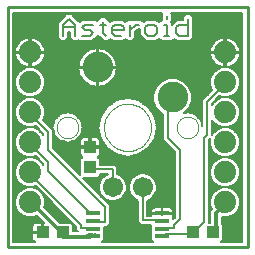
<source format=gtl>
G75*
G70*
%OFA0B0*%
%FSLAX24Y24*%
%IPPOS*%
%LPD*%
%AMOC8*
5,1,8,0,0,1.08239X$1,22.5*
%
%ADD10C,0.0100*%
%ADD11C,0.0070*%
%ADD12R,0.0472X0.0138*%
%ADD13C,0.0670*%
%ADD14C,0.1020*%
%ADD15C,0.0000*%
%ADD16R,0.0433X0.0394*%
%ADD17C,0.0740*%
%ADD18R,0.0394X0.0433*%
%ADD19C,0.0060*%
%ADD20C,0.0120*%
D10*
X000813Y000736D02*
X000813Y008736D01*
X008813Y008736D01*
X008813Y000736D01*
X000813Y000736D01*
D11*
X002671Y007771D02*
X002671Y008165D01*
X002867Y008362D01*
X003064Y008165D01*
X003064Y007771D01*
X003278Y007771D02*
X003574Y007771D01*
X003672Y007870D01*
X003574Y007968D01*
X003377Y007968D01*
X003278Y008067D01*
X003377Y008165D01*
X003672Y008165D01*
X003886Y008165D02*
X004083Y008165D01*
X003984Y008264D02*
X003984Y007870D01*
X004083Y007771D01*
X004291Y007870D02*
X004291Y008067D01*
X004390Y008165D01*
X004586Y008165D01*
X004685Y008067D01*
X004685Y007968D01*
X004291Y007968D01*
X004291Y007870D02*
X004390Y007771D01*
X004586Y007771D01*
X004899Y007771D02*
X004899Y008165D01*
X004899Y007968D02*
X005096Y008165D01*
X005194Y008165D01*
X005405Y008067D02*
X005405Y007870D01*
X005504Y007771D01*
X005701Y007771D01*
X005799Y007870D01*
X005799Y008067D01*
X005701Y008165D01*
X005504Y008165D01*
X005405Y008067D01*
X006013Y008165D02*
X006112Y008165D01*
X006112Y007771D01*
X006210Y007771D02*
X006013Y007771D01*
X006418Y007870D02*
X006418Y008067D01*
X006517Y008165D01*
X006812Y008165D01*
X006812Y008362D02*
X006812Y007771D01*
X006517Y007771D01*
X006418Y007870D01*
X006112Y008362D02*
X006112Y008460D01*
X003064Y008067D02*
X002671Y008067D01*
D12*
X003662Y001870D03*
X003662Y001614D03*
X003662Y001358D03*
X003662Y001103D03*
X005965Y001103D03*
X005965Y001358D03*
X005965Y001614D03*
X005965Y001870D03*
D13*
X005313Y002736D03*
X004313Y002736D03*
D14*
X006313Y005736D03*
X003813Y006736D03*
D15*
X002458Y004736D02*
X002460Y004773D01*
X002466Y004810D01*
X002475Y004846D01*
X002489Y004880D01*
X002506Y004913D01*
X002526Y004945D01*
X002549Y004974D01*
X002575Y005000D01*
X002604Y005023D01*
X002635Y005043D01*
X002669Y005060D01*
X002703Y005074D01*
X002739Y005083D01*
X002776Y005089D01*
X002813Y005091D01*
X002850Y005089D01*
X002887Y005083D01*
X002923Y005074D01*
X002957Y005060D01*
X002990Y005043D01*
X003022Y005023D01*
X003051Y005000D01*
X003077Y004974D01*
X003100Y004945D01*
X003120Y004914D01*
X003137Y004880D01*
X003151Y004846D01*
X003160Y004810D01*
X003166Y004773D01*
X003168Y004736D01*
X003166Y004699D01*
X003160Y004662D01*
X003151Y004626D01*
X003137Y004592D01*
X003120Y004559D01*
X003100Y004527D01*
X003077Y004498D01*
X003051Y004472D01*
X003022Y004449D01*
X002991Y004429D01*
X002957Y004412D01*
X002923Y004398D01*
X002887Y004389D01*
X002850Y004383D01*
X002813Y004381D01*
X002776Y004383D01*
X002739Y004389D01*
X002703Y004398D01*
X002669Y004412D01*
X002636Y004429D01*
X002604Y004449D01*
X002575Y004472D01*
X002549Y004498D01*
X002526Y004527D01*
X002506Y004558D01*
X002489Y004592D01*
X002475Y004626D01*
X002466Y004662D01*
X002460Y004699D01*
X002458Y004736D01*
X004028Y004736D02*
X004030Y004791D01*
X004036Y004846D01*
X004046Y004901D01*
X004059Y004955D01*
X004076Y005007D01*
X004097Y005059D01*
X004122Y005108D01*
X004150Y005156D01*
X004181Y005202D01*
X004216Y005245D01*
X004253Y005286D01*
X004293Y005324D01*
X004336Y005359D01*
X004381Y005392D01*
X004429Y005420D01*
X004478Y005446D01*
X004529Y005468D01*
X004581Y005486D01*
X004634Y005500D01*
X004689Y005511D01*
X004744Y005518D01*
X004799Y005521D01*
X004855Y005520D01*
X004910Y005515D01*
X004964Y005506D01*
X005018Y005494D01*
X005071Y005477D01*
X005123Y005457D01*
X005173Y005434D01*
X005221Y005406D01*
X005268Y005376D01*
X005312Y005342D01*
X005353Y005306D01*
X005392Y005266D01*
X005428Y005224D01*
X005461Y005179D01*
X005491Y005132D01*
X005517Y005084D01*
X005540Y005033D01*
X005559Y004981D01*
X005574Y004928D01*
X005586Y004874D01*
X005594Y004819D01*
X005598Y004764D01*
X005598Y004708D01*
X005594Y004653D01*
X005586Y004598D01*
X005574Y004544D01*
X005559Y004491D01*
X005540Y004439D01*
X005517Y004388D01*
X005491Y004340D01*
X005461Y004293D01*
X005428Y004248D01*
X005392Y004206D01*
X005353Y004166D01*
X005312Y004130D01*
X005268Y004096D01*
X005221Y004066D01*
X005173Y004038D01*
X005123Y004015D01*
X005071Y003995D01*
X005018Y003978D01*
X004964Y003966D01*
X004910Y003957D01*
X004855Y003952D01*
X004799Y003951D01*
X004744Y003954D01*
X004689Y003961D01*
X004634Y003972D01*
X004581Y003986D01*
X004529Y004004D01*
X004478Y004026D01*
X004429Y004052D01*
X004381Y004080D01*
X004336Y004113D01*
X004293Y004148D01*
X004253Y004186D01*
X004216Y004227D01*
X004181Y004270D01*
X004150Y004316D01*
X004122Y004364D01*
X004097Y004413D01*
X004076Y004465D01*
X004059Y004517D01*
X004046Y004571D01*
X004036Y004626D01*
X004030Y004681D01*
X004028Y004736D01*
X006458Y004736D02*
X006460Y004773D01*
X006466Y004810D01*
X006475Y004846D01*
X006489Y004880D01*
X006506Y004913D01*
X006526Y004945D01*
X006549Y004974D01*
X006575Y005000D01*
X006604Y005023D01*
X006635Y005043D01*
X006669Y005060D01*
X006703Y005074D01*
X006739Y005083D01*
X006776Y005089D01*
X006813Y005091D01*
X006850Y005089D01*
X006887Y005083D01*
X006923Y005074D01*
X006957Y005060D01*
X006990Y005043D01*
X007022Y005023D01*
X007051Y005000D01*
X007077Y004974D01*
X007100Y004945D01*
X007120Y004914D01*
X007137Y004880D01*
X007151Y004846D01*
X007160Y004810D01*
X007166Y004773D01*
X007168Y004736D01*
X007166Y004699D01*
X007160Y004662D01*
X007151Y004626D01*
X007137Y004592D01*
X007120Y004559D01*
X007100Y004527D01*
X007077Y004498D01*
X007051Y004472D01*
X007022Y004449D01*
X006991Y004429D01*
X006957Y004412D01*
X006923Y004398D01*
X006887Y004389D01*
X006850Y004383D01*
X006813Y004381D01*
X006776Y004383D01*
X006739Y004389D01*
X006703Y004398D01*
X006669Y004412D01*
X006636Y004429D01*
X006604Y004449D01*
X006575Y004472D01*
X006549Y004498D01*
X006526Y004527D01*
X006506Y004558D01*
X006489Y004592D01*
X006475Y004626D01*
X006466Y004662D01*
X006460Y004699D01*
X006458Y004736D01*
D16*
X006979Y001236D03*
X007648Y001236D03*
X002648Y001236D03*
X001979Y001236D03*
D17*
X001563Y002236D03*
X001563Y003236D03*
X001563Y004236D03*
X001563Y005236D03*
X001563Y006236D03*
X001563Y007236D03*
X008063Y007236D03*
X008063Y006236D03*
X008063Y005236D03*
X008063Y004236D03*
X008063Y003236D03*
X008063Y002236D03*
D18*
X003563Y003402D03*
X003563Y004071D03*
D19*
X003533Y004071D02*
X002323Y004071D01*
X002323Y004053D02*
X002323Y004653D01*
X001998Y004978D01*
X002063Y005137D01*
X002063Y005336D01*
X001987Y005520D01*
X001847Y005660D01*
X001663Y005736D01*
X001464Y005736D01*
X001280Y005660D01*
X001139Y005520D01*
X001063Y005336D01*
X001063Y005137D01*
X001139Y004953D01*
X001280Y004813D01*
X001464Y004736D01*
X001280Y004660D01*
X001139Y004520D01*
X001063Y004336D01*
X001063Y004137D01*
X001139Y003953D01*
X001280Y003813D01*
X001464Y003736D01*
X001280Y003660D01*
X001139Y003520D01*
X001063Y003336D01*
X001063Y003137D01*
X001139Y002953D01*
X001280Y002813D01*
X001464Y002736D01*
X001280Y002660D01*
X001139Y002520D01*
X001063Y002336D01*
X001063Y002137D01*
X001139Y001953D01*
X001280Y001813D01*
X001464Y001736D01*
X001663Y001736D01*
X001791Y001790D01*
X002018Y001563D01*
X002009Y001563D01*
X002009Y001266D01*
X001949Y001266D01*
X001949Y001206D01*
X001632Y001206D01*
X001632Y001022D01*
X001641Y000989D01*
X001658Y000960D01*
X001682Y000936D01*
X001712Y000918D01*
X001719Y000916D01*
X000993Y000916D01*
X000993Y008556D01*
X005974Y008556D01*
X005947Y008529D01*
X005947Y008330D01*
X005945Y008330D01*
X005857Y008242D01*
X005769Y008330D01*
X005435Y008330D01*
X005349Y008244D01*
X005263Y008330D01*
X005027Y008330D01*
X004997Y008300D01*
X004967Y008330D01*
X004831Y008330D01*
X004743Y008242D01*
X004655Y008330D01*
X004321Y008330D01*
X004236Y008245D01*
X004151Y008330D01*
X004149Y008330D01*
X004149Y008332D01*
X004053Y008429D01*
X003916Y008429D01*
X003819Y008332D01*
X003819Y008330D01*
X003818Y008330D01*
X003779Y008291D01*
X003740Y008330D01*
X003308Y008330D01*
X003221Y008242D01*
X003133Y008330D01*
X003032Y008430D01*
X002995Y008468D01*
X002936Y008527D01*
X002799Y008527D01*
X002742Y008470D01*
X002702Y008430D01*
X002602Y008330D01*
X002506Y008233D01*
X002506Y007703D01*
X002602Y007606D01*
X002739Y007606D01*
X002836Y007703D01*
X002836Y007902D01*
X002899Y007902D01*
X002899Y007703D01*
X002996Y007606D01*
X003133Y007606D01*
X003171Y007645D01*
X003210Y007606D01*
X003642Y007606D01*
X003828Y007793D01*
X003916Y007705D01*
X003916Y007705D01*
X004015Y007606D01*
X004151Y007606D01*
X004236Y007691D01*
X004321Y007606D01*
X004655Y007606D01*
X004743Y007694D01*
X004831Y007606D01*
X004967Y007606D01*
X005064Y007703D01*
X005064Y007900D01*
X005164Y008000D01*
X005240Y008000D01*
X005240Y007801D01*
X005337Y007705D01*
X005339Y007703D01*
X005435Y007606D01*
X005769Y007606D01*
X005857Y007694D01*
X005945Y007606D01*
X006278Y007606D01*
X006363Y007691D01*
X006448Y007606D01*
X006880Y007606D01*
X006977Y007703D01*
X006977Y008430D01*
X006880Y008527D01*
X006744Y008527D01*
X006647Y008430D01*
X006647Y008330D01*
X006448Y008330D01*
X006352Y008233D01*
X006277Y008158D01*
X006277Y008233D01*
X006246Y008264D01*
X006277Y008294D01*
X006277Y008529D01*
X006249Y008556D01*
X008633Y008556D01*
X008633Y000916D01*
X007925Y000916D01*
X007994Y000986D01*
X007994Y001487D01*
X007953Y001528D01*
X007953Y001741D01*
X007964Y001736D01*
X008163Y001736D01*
X008347Y001813D01*
X008487Y001953D01*
X008563Y002137D01*
X008563Y002336D01*
X008487Y002520D01*
X008347Y002660D01*
X008163Y002736D01*
X007964Y002736D01*
X007780Y002660D01*
X007639Y002520D01*
X007563Y002336D01*
X007563Y002137D01*
X007617Y002008D01*
X007573Y001965D01*
X007523Y001965D01*
X007573Y001965D02*
X007573Y001563D01*
X007523Y001563D01*
X007523Y004320D01*
X007530Y004326D01*
X007580Y004377D01*
X007563Y004336D01*
X007563Y004137D01*
X007639Y003953D01*
X007780Y003813D01*
X007964Y003736D01*
X007780Y003660D01*
X007639Y003520D01*
X007563Y003336D01*
X007563Y003137D01*
X007639Y002953D01*
X007780Y002813D01*
X007964Y002736D01*
X008163Y002736D01*
X008347Y002813D01*
X008487Y002953D01*
X008563Y003137D01*
X008563Y003336D01*
X008487Y003520D01*
X008347Y003660D01*
X008163Y003736D01*
X007964Y003736D01*
X008163Y003736D01*
X008347Y003813D01*
X008487Y003953D01*
X008563Y004137D01*
X008563Y004336D01*
X008487Y004520D01*
X008347Y004660D01*
X008163Y004736D01*
X007964Y004736D01*
X007780Y004660D01*
X007639Y004520D01*
X007623Y004481D01*
X007623Y004992D01*
X007639Y004953D01*
X007780Y004813D01*
X007964Y004736D01*
X008163Y004736D01*
X008347Y004813D01*
X008487Y004953D01*
X008563Y005137D01*
X008563Y005336D01*
X008487Y005520D01*
X008347Y005660D01*
X008163Y005736D01*
X007964Y005736D01*
X007780Y005660D01*
X007639Y005520D01*
X007623Y005481D01*
X007623Y005520D01*
X007876Y005773D01*
X007964Y005736D01*
X008163Y005736D01*
X008347Y005813D01*
X008487Y005953D01*
X008563Y006137D01*
X008563Y006336D01*
X008487Y006520D01*
X008347Y006660D01*
X008163Y006736D01*
X007964Y006736D01*
X007780Y006660D01*
X007639Y006520D01*
X007563Y006336D01*
X007563Y006137D01*
X007629Y005978D01*
X007303Y005653D01*
X007303Y004792D01*
X007298Y004811D01*
X007298Y004833D01*
X007282Y004873D01*
X007251Y004989D01*
X007066Y005174D01*
X006950Y005205D01*
X006910Y005221D01*
X006888Y005221D01*
X006813Y005241D01*
X006739Y005221D01*
X006717Y005221D01*
X006694Y005212D01*
X006856Y005374D01*
X006953Y005609D01*
X006953Y005864D01*
X006856Y006099D01*
X006676Y006279D01*
X006441Y006376D01*
X006186Y006376D01*
X005951Y006279D01*
X005771Y006099D01*
X005673Y005864D01*
X005673Y005609D01*
X005771Y005374D01*
X005951Y005194D01*
X006003Y005172D01*
X006003Y004320D01*
X006097Y004226D01*
X006403Y003920D01*
X006403Y001753D01*
X006331Y001680D01*
X006331Y001737D01*
X006320Y001748D01*
X006322Y001751D01*
X006331Y001784D01*
X006331Y001866D01*
X005969Y001866D01*
X005969Y001813D01*
X005960Y001813D01*
X005960Y001866D01*
X005599Y001866D01*
X005599Y001796D01*
X005473Y001796D01*
X005473Y002299D01*
X005577Y002342D01*
X005708Y002473D01*
X005778Y002644D01*
X005778Y002829D01*
X005708Y003000D01*
X005577Y003131D01*
X005406Y003201D01*
X005221Y003201D01*
X005050Y003131D01*
X004919Y003000D01*
X004848Y002829D01*
X004848Y002644D01*
X004919Y002473D01*
X005050Y002342D01*
X005153Y002299D01*
X005153Y001570D01*
X005247Y001476D01*
X005599Y001476D01*
X005599Y001236D01*
X005604Y001231D01*
X005599Y001225D01*
X005599Y000980D01*
X005662Y000916D01*
X003965Y000916D01*
X004028Y000980D01*
X004028Y001225D01*
X004023Y001231D01*
X004028Y001236D01*
X004028Y001426D01*
X004130Y001426D01*
X004223Y001520D01*
X004223Y002153D01*
X003321Y003055D01*
X003814Y003055D01*
X003890Y003131D01*
X003890Y003176D01*
X004153Y003176D01*
X004153Y003173D01*
X004050Y003131D01*
X003919Y003000D01*
X003848Y002829D01*
X003848Y002644D01*
X003919Y002473D01*
X004050Y002342D01*
X004221Y002271D01*
X004406Y002271D01*
X004577Y002342D01*
X004708Y002473D01*
X004778Y002644D01*
X004778Y002829D01*
X004708Y003000D01*
X004577Y003131D01*
X004473Y003173D01*
X004473Y003403D01*
X004380Y003496D01*
X003890Y003496D01*
X003890Y003672D01*
X003822Y003740D01*
X003840Y003751D01*
X003864Y003775D01*
X003881Y003804D01*
X003890Y003837D01*
X004438Y003837D01*
X004440Y003835D02*
X004440Y003835D01*
X004813Y003761D01*
X004813Y003761D01*
X005187Y003835D01*
X005503Y004047D01*
X005714Y004363D01*
X005789Y004736D01*
X005714Y005110D01*
X005503Y005426D01*
X005503Y005426D01*
X005187Y005638D01*
X004813Y005712D01*
X004440Y005638D01*
X004124Y005426D01*
X004124Y005426D01*
X003912Y005110D01*
X003912Y005110D01*
X003838Y004736D01*
X003912Y004363D01*
X004124Y004047D01*
X004440Y003835D01*
X004350Y003895D02*
X003890Y003895D01*
X003890Y003837D02*
X003890Y004041D01*
X003593Y004041D01*
X003593Y004101D01*
X003533Y004101D01*
X003533Y004041D01*
X003236Y004041D01*
X003236Y003837D01*
X003237Y003837D02*
X002539Y003837D01*
X002481Y003895D02*
X003236Y003895D01*
X003236Y003837D02*
X003245Y003804D01*
X003262Y003775D01*
X003287Y003751D01*
X003304Y003740D01*
X003236Y003672D01*
X003236Y003140D01*
X002323Y004053D01*
X002364Y004012D02*
X003236Y004012D01*
X003236Y003954D02*
X002422Y003954D01*
X002323Y004129D02*
X003236Y004129D01*
X003236Y004101D02*
X003533Y004101D01*
X003533Y004418D01*
X003349Y004418D01*
X003316Y004409D01*
X003287Y004392D01*
X003262Y004367D01*
X003245Y004338D01*
X003236Y004305D01*
X003237Y004305D02*
X003072Y004305D01*
X003066Y004299D02*
X003251Y004484D01*
X003282Y004600D01*
X003298Y004640D01*
X003298Y004662D01*
X003318Y004736D01*
X003298Y004811D01*
X003298Y004833D01*
X003282Y004873D01*
X003251Y004989D01*
X003066Y005174D01*
X002950Y005205D01*
X002910Y005221D01*
X002888Y005221D01*
X002813Y005241D01*
X002739Y005221D01*
X002717Y005221D01*
X002677Y005205D01*
X002561Y005174D01*
X002376Y004989D01*
X002345Y004873D01*
X002328Y004833D01*
X002328Y004811D01*
X002308Y004736D01*
X002328Y004662D01*
X002328Y004640D01*
X002345Y004600D01*
X002376Y004484D01*
X002561Y004299D01*
X002677Y004268D01*
X002717Y004251D01*
X002739Y004251D01*
X002813Y004231D01*
X002888Y004251D01*
X002910Y004251D01*
X002950Y004268D01*
X003066Y004299D01*
X003130Y004363D02*
X003260Y004363D01*
X003236Y004305D02*
X003236Y004101D01*
X003236Y004188D02*
X002323Y004188D01*
X002323Y004246D02*
X002757Y004246D01*
X002869Y004246D02*
X003236Y004246D01*
X003189Y004422D02*
X003901Y004422D01*
X003912Y004363D02*
X003866Y004363D01*
X003864Y004367D02*
X003840Y004392D01*
X003810Y004409D01*
X003777Y004418D01*
X003593Y004418D01*
X003593Y004101D01*
X003890Y004101D01*
X003890Y004305D01*
X003951Y004305D01*
X003890Y004305D02*
X003881Y004338D01*
X003864Y004367D01*
X003912Y004363D02*
X003912Y004363D01*
X003889Y004480D02*
X003247Y004480D01*
X003265Y004539D02*
X003877Y004539D01*
X003866Y004597D02*
X003281Y004597D01*
X003298Y004656D02*
X003854Y004656D01*
X003842Y004714D02*
X003312Y004714D01*
X003309Y004773D02*
X003845Y004773D01*
X003838Y004736D02*
X003838Y004736D01*
X003857Y004831D02*
X003298Y004831D01*
X003277Y004890D02*
X003868Y004890D01*
X003880Y004948D02*
X003261Y004948D01*
X003233Y005007D02*
X003892Y005007D01*
X003903Y005065D02*
X003174Y005065D01*
X003116Y005124D02*
X003922Y005124D01*
X003961Y005182D02*
X003033Y005182D01*
X002815Y005241D02*
X004000Y005241D01*
X004039Y005299D02*
X002063Y005299D01*
X002063Y005241D02*
X002812Y005241D01*
X002593Y005182D02*
X002063Y005182D01*
X002058Y005124D02*
X002511Y005124D01*
X002452Y005065D02*
X002034Y005065D01*
X002009Y005007D02*
X002394Y005007D01*
X002365Y004948D02*
X002028Y004948D01*
X002086Y004890D02*
X002349Y004890D01*
X002328Y004831D02*
X002145Y004831D01*
X002203Y004773D02*
X002318Y004773D01*
X002314Y004714D02*
X002262Y004714D01*
X002320Y004656D02*
X002328Y004656D01*
X002323Y004597D02*
X002346Y004597D01*
X002361Y004539D02*
X002323Y004539D01*
X002323Y004480D02*
X002379Y004480D01*
X002323Y004422D02*
X002438Y004422D01*
X002496Y004363D02*
X002323Y004363D01*
X002323Y004305D02*
X002555Y004305D01*
X002163Y004586D02*
X002163Y003986D01*
X004063Y002086D01*
X004063Y001586D01*
X003663Y001586D01*
X003662Y001614D01*
X003563Y001386D02*
X003662Y001358D01*
X003563Y001386D02*
X003263Y001386D01*
X003263Y001486D01*
X001563Y003186D01*
X001563Y003236D01*
X001192Y002901D02*
X000993Y002901D01*
X000993Y002959D02*
X001137Y002959D01*
X001113Y003018D02*
X000993Y003018D01*
X000993Y003076D02*
X001088Y003076D01*
X001064Y003135D02*
X000993Y003135D01*
X000993Y003193D02*
X001063Y003193D01*
X001063Y003252D02*
X000993Y003252D01*
X000993Y003310D02*
X001063Y003310D01*
X001077Y003369D02*
X000993Y003369D01*
X000993Y003427D02*
X001101Y003427D01*
X001125Y003486D02*
X000993Y003486D01*
X000993Y003544D02*
X001164Y003544D01*
X001223Y003603D02*
X000993Y003603D01*
X000993Y003661D02*
X001283Y003661D01*
X001362Y003778D02*
X000993Y003778D01*
X000993Y003720D02*
X001424Y003720D01*
X001464Y003736D02*
X001663Y003736D01*
X001847Y003660D01*
X001987Y003520D01*
X002003Y003481D01*
X002003Y003520D01*
X001751Y003773D01*
X001663Y003736D01*
X001464Y003736D01*
X001256Y003837D02*
X000993Y003837D01*
X000993Y003895D02*
X001197Y003895D01*
X001139Y003954D02*
X000993Y003954D01*
X000993Y004012D02*
X001115Y004012D01*
X001091Y004071D02*
X000993Y004071D01*
X000993Y004129D02*
X001066Y004129D01*
X001063Y004188D02*
X000993Y004188D01*
X000993Y004246D02*
X001063Y004246D01*
X001063Y004305D02*
X000993Y004305D01*
X000993Y004363D02*
X001075Y004363D01*
X001099Y004422D02*
X000993Y004422D01*
X000993Y004480D02*
X001123Y004480D01*
X001159Y004539D02*
X000993Y004539D01*
X000993Y004597D02*
X001217Y004597D01*
X001276Y004656D02*
X000993Y004656D01*
X000993Y004714D02*
X001411Y004714D01*
X001464Y004736D02*
X001663Y004736D01*
X001847Y004660D01*
X001987Y004520D01*
X002003Y004481D01*
X002003Y004520D01*
X001751Y004773D01*
X001663Y004736D01*
X001464Y004736D01*
X001376Y004773D02*
X000993Y004773D01*
X000993Y004831D02*
X001261Y004831D01*
X001203Y004890D02*
X000993Y004890D01*
X000993Y004948D02*
X001144Y004948D01*
X001117Y005007D02*
X000993Y005007D01*
X000993Y005065D02*
X001093Y005065D01*
X001069Y005124D02*
X000993Y005124D01*
X000993Y005182D02*
X001063Y005182D01*
X001063Y005241D02*
X000993Y005241D01*
X000993Y005299D02*
X001063Y005299D01*
X001072Y005358D02*
X000993Y005358D01*
X000993Y005416D02*
X001097Y005416D01*
X001121Y005475D02*
X000993Y005475D01*
X000993Y005533D02*
X001153Y005533D01*
X001212Y005592D02*
X000993Y005592D01*
X000993Y005650D02*
X001270Y005650D01*
X001398Y005709D02*
X000993Y005709D01*
X000993Y005767D02*
X001389Y005767D01*
X001464Y005736D02*
X001280Y005813D01*
X001139Y005953D01*
X001063Y006137D01*
X001063Y006336D01*
X001139Y006520D01*
X001280Y006660D01*
X001464Y006736D01*
X001663Y006736D01*
X001847Y006660D01*
X001987Y006520D01*
X002063Y006336D01*
X002063Y006137D01*
X001987Y005953D01*
X001847Y005813D01*
X001663Y005736D01*
X001464Y005736D01*
X001267Y005826D02*
X000993Y005826D01*
X000993Y005884D02*
X001208Y005884D01*
X001150Y005943D02*
X000993Y005943D01*
X000993Y006001D02*
X001119Y006001D01*
X001095Y006060D02*
X000993Y006060D01*
X000993Y006118D02*
X001071Y006118D01*
X001063Y006177D02*
X000993Y006177D01*
X000993Y006235D02*
X001063Y006235D01*
X001063Y006294D02*
X000993Y006294D01*
X000993Y006352D02*
X001070Y006352D01*
X001094Y006411D02*
X000993Y006411D01*
X000993Y006469D02*
X001119Y006469D01*
X001148Y006528D02*
X000993Y006528D01*
X000993Y006586D02*
X001206Y006586D01*
X001265Y006645D02*
X000993Y006645D01*
X000993Y006703D02*
X001384Y006703D01*
X001406Y006762D02*
X000993Y006762D01*
X000993Y006820D02*
X001285Y006820D01*
X001301Y006809D02*
X001371Y006773D01*
X001446Y006749D01*
X001524Y006736D01*
X001533Y006736D01*
X001533Y007206D01*
X001593Y007206D01*
X001593Y006736D01*
X001603Y006736D01*
X001680Y006749D01*
X001755Y006773D01*
X001825Y006809D01*
X001889Y006855D01*
X001945Y006911D01*
X001991Y006974D01*
X002027Y007044D01*
X002051Y007119D01*
X002063Y007197D01*
X002063Y007206D01*
X001593Y007206D01*
X001593Y007266D01*
X002063Y007266D01*
X002063Y007276D01*
X002051Y007354D01*
X002027Y007428D01*
X001991Y007498D01*
X001945Y007562D01*
X001889Y007618D01*
X001825Y007664D01*
X001755Y007700D01*
X001680Y007724D01*
X001603Y007736D01*
X001593Y007736D01*
X001593Y007266D01*
X001533Y007266D01*
X001533Y007206D01*
X001063Y007206D01*
X001063Y007197D01*
X001076Y007119D01*
X001100Y007044D01*
X001136Y006974D01*
X001182Y006911D01*
X001238Y006855D01*
X001301Y006809D01*
X001214Y006879D02*
X000993Y006879D01*
X000993Y006937D02*
X001162Y006937D01*
X001125Y006996D02*
X000993Y006996D01*
X000993Y007054D02*
X001097Y007054D01*
X001078Y007113D02*
X000993Y007113D01*
X000993Y007171D02*
X001067Y007171D01*
X000993Y007230D02*
X001533Y007230D01*
X001533Y007266D02*
X001063Y007266D01*
X001063Y007276D01*
X001076Y007354D01*
X001100Y007428D01*
X001136Y007498D01*
X001182Y007562D01*
X001238Y007618D01*
X001301Y007664D01*
X001371Y007700D01*
X001446Y007724D01*
X001524Y007736D01*
X001533Y007736D01*
X001533Y007266D01*
X001533Y007288D02*
X001593Y007288D01*
X001593Y007230D02*
X003405Y007230D01*
X003390Y007219D02*
X003331Y007159D01*
X003280Y007093D01*
X003238Y007020D01*
X003206Y006943D01*
X003184Y006862D01*
X003173Y006778D01*
X003173Y006766D01*
X003783Y006766D01*
X003783Y006706D01*
X003843Y006706D01*
X003843Y006096D01*
X003855Y006096D01*
X003938Y006107D01*
X004019Y006129D01*
X004097Y006161D01*
X004170Y006203D01*
X004236Y006254D01*
X004296Y006314D01*
X004347Y006380D01*
X004389Y006453D01*
X004421Y006530D01*
X004442Y006611D01*
X004453Y006694D01*
X004453Y006706D01*
X003843Y006706D01*
X003843Y006766D01*
X004453Y006766D01*
X004453Y006778D01*
X004442Y006862D01*
X004421Y006943D01*
X004389Y007020D01*
X004347Y007093D01*
X004296Y007159D01*
X004236Y007219D01*
X004170Y007270D01*
X004097Y007312D01*
X004019Y007344D01*
X003938Y007365D01*
X003855Y007376D01*
X003843Y007376D01*
X003843Y006766D01*
X003783Y006766D01*
X003783Y007376D01*
X003771Y007376D01*
X003688Y007365D01*
X003607Y007344D01*
X003530Y007312D01*
X003457Y007270D01*
X003390Y007219D01*
X003343Y007171D02*
X002059Y007171D01*
X002049Y007113D02*
X003296Y007113D01*
X003258Y007054D02*
X002030Y007054D01*
X002002Y006996D02*
X003228Y006996D01*
X003205Y006937D02*
X001964Y006937D01*
X001913Y006879D02*
X003189Y006879D01*
X003179Y006820D02*
X001841Y006820D01*
X001721Y006762D02*
X003783Y006762D01*
X003783Y006706D02*
X003173Y006706D01*
X003173Y006694D01*
X003184Y006611D01*
X003206Y006530D01*
X003238Y006453D01*
X003280Y006380D01*
X003331Y006314D01*
X003390Y006254D01*
X003457Y006203D01*
X003530Y006161D01*
X003607Y006129D01*
X003688Y006107D01*
X003771Y006096D01*
X003783Y006096D01*
X003783Y006706D01*
X003783Y006703D02*
X003843Y006703D01*
X003843Y006645D02*
X003783Y006645D01*
X003783Y006586D02*
X003843Y006586D01*
X003843Y006528D02*
X003783Y006528D01*
X003783Y006469D02*
X003843Y006469D01*
X003843Y006411D02*
X003783Y006411D01*
X003783Y006352D02*
X003843Y006352D01*
X003843Y006294D02*
X003783Y006294D01*
X003783Y006235D02*
X003843Y006235D01*
X003843Y006177D02*
X003783Y006177D01*
X003783Y006118D02*
X003843Y006118D01*
X003980Y006118D02*
X005790Y006118D01*
X005755Y006060D02*
X002031Y006060D01*
X002007Y006001D02*
X005730Y006001D01*
X005706Y005943D02*
X001977Y005943D01*
X001918Y005884D02*
X005682Y005884D01*
X005673Y005826D02*
X001860Y005826D01*
X001738Y005767D02*
X005673Y005767D01*
X005673Y005709D02*
X004828Y005709D01*
X004813Y005712D02*
X004813Y005712D01*
X004799Y005709D02*
X001729Y005709D01*
X001856Y005650D02*
X004505Y005650D01*
X004440Y005638D02*
X004440Y005638D01*
X004372Y005592D02*
X001915Y005592D01*
X001973Y005533D02*
X004284Y005533D01*
X004197Y005475D02*
X002006Y005475D01*
X002030Y005416D02*
X004117Y005416D01*
X004124Y005426D02*
X004124Y005426D01*
X004078Y005358D02*
X002054Y005358D01*
X001563Y005236D02*
X001563Y005186D01*
X002163Y004586D01*
X001985Y004539D02*
X001968Y004539D01*
X001926Y004597D02*
X001909Y004597D01*
X001868Y004656D02*
X001851Y004656D01*
X001809Y004714D02*
X001716Y004714D01*
X001563Y004236D02*
X001563Y004186D01*
X002163Y003586D01*
X002163Y003286D01*
X003563Y001886D01*
X003662Y001870D01*
X004060Y002316D02*
X004113Y002316D01*
X004119Y002257D02*
X005153Y002257D01*
X005153Y002199D02*
X004177Y002199D01*
X004223Y002140D02*
X005153Y002140D01*
X005153Y002082D02*
X004223Y002082D01*
X004223Y002023D02*
X005153Y002023D01*
X005153Y001965D02*
X004223Y001965D01*
X004223Y001906D02*
X005153Y001906D01*
X005153Y001848D02*
X004223Y001848D01*
X004223Y001789D02*
X005153Y001789D01*
X005153Y001731D02*
X004223Y001731D01*
X004223Y001672D02*
X005153Y001672D01*
X005153Y001614D02*
X004223Y001614D01*
X004223Y001555D02*
X005168Y001555D01*
X005227Y001497D02*
X004200Y001497D01*
X004142Y001438D02*
X005599Y001438D01*
X005599Y001380D02*
X004028Y001380D01*
X004028Y001321D02*
X005599Y001321D01*
X005599Y001263D02*
X004028Y001263D01*
X004028Y001204D02*
X005599Y001204D01*
X005599Y001146D02*
X004028Y001146D01*
X004028Y001087D02*
X005599Y001087D01*
X005599Y001029D02*
X004028Y001029D01*
X004019Y000970D02*
X005608Y000970D01*
X005965Y001103D02*
X006063Y001086D01*
X006063Y001186D01*
X006963Y001186D01*
X006979Y001236D01*
X007063Y001286D01*
X007363Y001586D01*
X007363Y004386D01*
X007463Y004486D01*
X007463Y005586D01*
X008063Y006186D01*
X008063Y006236D01*
X008418Y005884D02*
X008633Y005884D01*
X008633Y005826D02*
X008360Y005826D01*
X008238Y005767D02*
X008633Y005767D01*
X008633Y005709D02*
X008229Y005709D01*
X008356Y005650D02*
X008633Y005650D01*
X008633Y005592D02*
X008415Y005592D01*
X008473Y005533D02*
X008633Y005533D01*
X008633Y005475D02*
X008506Y005475D01*
X008530Y005416D02*
X008633Y005416D01*
X008633Y005358D02*
X008554Y005358D01*
X008563Y005299D02*
X008633Y005299D01*
X008633Y005241D02*
X008563Y005241D01*
X008563Y005182D02*
X008633Y005182D01*
X008633Y005124D02*
X008558Y005124D01*
X008534Y005065D02*
X008633Y005065D01*
X008633Y005007D02*
X008509Y005007D01*
X008482Y004948D02*
X008633Y004948D01*
X008633Y004890D02*
X008424Y004890D01*
X008365Y004831D02*
X008633Y004831D01*
X008633Y004773D02*
X008251Y004773D01*
X008216Y004714D02*
X008633Y004714D01*
X008633Y004656D02*
X008351Y004656D01*
X008409Y004597D02*
X008633Y004597D01*
X008633Y004539D02*
X008468Y004539D01*
X008503Y004480D02*
X008633Y004480D01*
X008633Y004422D02*
X008528Y004422D01*
X008552Y004363D02*
X008633Y004363D01*
X008633Y004305D02*
X008563Y004305D01*
X008563Y004246D02*
X008633Y004246D01*
X008633Y004188D02*
X008563Y004188D01*
X008560Y004129D02*
X008633Y004129D01*
X008633Y004071D02*
X008536Y004071D01*
X008512Y004012D02*
X008633Y004012D01*
X008633Y003954D02*
X008487Y003954D01*
X008429Y003895D02*
X008633Y003895D01*
X008633Y003837D02*
X008371Y003837D01*
X008264Y003778D02*
X008633Y003778D01*
X008633Y003720D02*
X008203Y003720D01*
X008344Y003661D02*
X008633Y003661D01*
X008633Y003603D02*
X008404Y003603D01*
X008462Y003544D02*
X008633Y003544D01*
X008633Y003486D02*
X008501Y003486D01*
X008525Y003427D02*
X008633Y003427D01*
X008633Y003369D02*
X008550Y003369D01*
X008563Y003310D02*
X008633Y003310D01*
X008633Y003252D02*
X008563Y003252D01*
X008563Y003193D02*
X008633Y003193D01*
X008633Y003135D02*
X008562Y003135D01*
X008538Y003076D02*
X008633Y003076D01*
X008633Y003018D02*
X008514Y003018D01*
X008490Y002959D02*
X008633Y002959D01*
X008633Y002901D02*
X008435Y002901D01*
X008376Y002842D02*
X008633Y002842D01*
X008633Y002784D02*
X008277Y002784D01*
X008189Y002725D02*
X008633Y002725D01*
X008633Y002667D02*
X008331Y002667D01*
X008398Y002608D02*
X008633Y002608D01*
X008633Y002550D02*
X008457Y002550D01*
X008499Y002491D02*
X008633Y002491D01*
X008633Y002433D02*
X008523Y002433D01*
X008547Y002374D02*
X008633Y002374D01*
X008633Y002316D02*
X008563Y002316D01*
X008563Y002257D02*
X008633Y002257D01*
X008633Y002199D02*
X008563Y002199D01*
X008563Y002140D02*
X008633Y002140D01*
X008633Y002082D02*
X008541Y002082D01*
X008516Y002023D02*
X008633Y002023D01*
X008633Y001965D02*
X008492Y001965D01*
X008440Y001906D02*
X008633Y001906D01*
X008633Y001848D02*
X008382Y001848D01*
X008291Y001789D02*
X008633Y001789D01*
X008633Y001731D02*
X007953Y001731D01*
X007953Y001672D02*
X008633Y001672D01*
X008633Y001614D02*
X007953Y001614D01*
X007953Y001555D02*
X008633Y001555D01*
X008633Y001497D02*
X007985Y001497D01*
X007994Y001438D02*
X008633Y001438D01*
X008633Y001380D02*
X007994Y001380D01*
X007994Y001321D02*
X008633Y001321D01*
X008633Y001263D02*
X007994Y001263D01*
X007994Y001204D02*
X008633Y001204D01*
X008633Y001146D02*
X007994Y001146D01*
X007994Y001087D02*
X008633Y001087D01*
X008633Y001029D02*
X007994Y001029D01*
X007979Y000970D02*
X008633Y000970D01*
X007573Y001614D02*
X007523Y001614D01*
X007523Y001672D02*
X007573Y001672D01*
X007573Y001731D02*
X007523Y001731D01*
X007523Y001789D02*
X007573Y001789D01*
X007573Y001848D02*
X007523Y001848D01*
X007523Y001906D02*
X007573Y001906D01*
X007610Y002023D02*
X007523Y002023D01*
X007523Y002082D02*
X007586Y002082D01*
X007563Y002140D02*
X007523Y002140D01*
X007523Y002199D02*
X007563Y002199D01*
X007563Y002257D02*
X007523Y002257D01*
X007523Y002316D02*
X007563Y002316D01*
X007579Y002374D02*
X007523Y002374D01*
X007523Y002433D02*
X007604Y002433D01*
X007628Y002491D02*
X007523Y002491D01*
X007523Y002550D02*
X007670Y002550D01*
X007728Y002608D02*
X007523Y002608D01*
X007523Y002667D02*
X007796Y002667D01*
X007849Y002784D02*
X007523Y002784D01*
X007523Y002842D02*
X007750Y002842D01*
X007692Y002901D02*
X007523Y002901D01*
X007523Y002959D02*
X007637Y002959D01*
X007613Y003018D02*
X007523Y003018D01*
X007523Y003076D02*
X007588Y003076D01*
X007564Y003135D02*
X007523Y003135D01*
X007523Y003193D02*
X007563Y003193D01*
X007563Y003252D02*
X007523Y003252D01*
X007523Y003310D02*
X007563Y003310D01*
X007577Y003369D02*
X007523Y003369D01*
X007523Y003427D02*
X007601Y003427D01*
X007625Y003486D02*
X007523Y003486D01*
X007523Y003544D02*
X007664Y003544D01*
X007723Y003603D02*
X007523Y003603D01*
X007523Y003661D02*
X007783Y003661D01*
X007862Y003778D02*
X007523Y003778D01*
X007523Y003720D02*
X007924Y003720D01*
X007756Y003837D02*
X007523Y003837D01*
X007523Y003895D02*
X007697Y003895D01*
X007639Y003954D02*
X007523Y003954D01*
X007523Y004012D02*
X007615Y004012D01*
X007591Y004071D02*
X007523Y004071D01*
X007523Y004129D02*
X007566Y004129D01*
X007563Y004188D02*
X007523Y004188D01*
X007523Y004246D02*
X007563Y004246D01*
X007563Y004305D02*
X007523Y004305D01*
X007567Y004363D02*
X007575Y004363D01*
X007623Y004539D02*
X007659Y004539D01*
X007623Y004597D02*
X007717Y004597D01*
X007776Y004656D02*
X007623Y004656D01*
X007623Y004714D02*
X007911Y004714D01*
X007876Y004773D02*
X007623Y004773D01*
X007623Y004831D02*
X007761Y004831D01*
X007703Y004890D02*
X007623Y004890D01*
X007623Y004948D02*
X007644Y004948D01*
X007303Y004948D02*
X007261Y004948D01*
X007277Y004890D02*
X007303Y004890D01*
X007298Y004831D02*
X007303Y004831D01*
X007303Y005007D02*
X007233Y005007D01*
X007174Y005065D02*
X007303Y005065D01*
X007303Y005124D02*
X007116Y005124D01*
X007033Y005182D02*
X007303Y005182D01*
X007303Y005241D02*
X006815Y005241D01*
X006812Y005241D02*
X006723Y005241D01*
X006781Y005299D02*
X007303Y005299D01*
X007303Y005358D02*
X006840Y005358D01*
X006873Y005416D02*
X007303Y005416D01*
X007303Y005475D02*
X006898Y005475D01*
X006922Y005533D02*
X007303Y005533D01*
X007303Y005592D02*
X006946Y005592D01*
X006953Y005650D02*
X007303Y005650D01*
X007360Y005709D02*
X006953Y005709D01*
X006953Y005767D02*
X007418Y005767D01*
X007477Y005826D02*
X006953Y005826D01*
X006945Y005884D02*
X007535Y005884D01*
X007594Y005943D02*
X006920Y005943D01*
X006896Y006001D02*
X007619Y006001D01*
X007595Y006060D02*
X006872Y006060D01*
X006836Y006118D02*
X007571Y006118D01*
X007563Y006177D02*
X006778Y006177D01*
X006719Y006235D02*
X007563Y006235D01*
X007563Y006294D02*
X006640Y006294D01*
X006498Y006352D02*
X007570Y006352D01*
X007594Y006411D02*
X004364Y006411D01*
X004395Y006469D02*
X007619Y006469D01*
X007648Y006528D02*
X004420Y006528D01*
X004436Y006586D02*
X007706Y006586D01*
X007765Y006645D02*
X004447Y006645D01*
X004453Y006703D02*
X007884Y006703D01*
X007906Y006762D02*
X003843Y006762D01*
X003843Y006820D02*
X003783Y006820D01*
X003783Y006879D02*
X003843Y006879D01*
X003843Y006937D02*
X003783Y006937D01*
X003783Y006996D02*
X003843Y006996D01*
X003843Y007054D02*
X003783Y007054D01*
X003783Y007113D02*
X003843Y007113D01*
X003843Y007171D02*
X003783Y007171D01*
X003783Y007230D02*
X003843Y007230D01*
X003843Y007288D02*
X003783Y007288D01*
X003783Y007347D02*
X003843Y007347D01*
X004008Y007347D02*
X007575Y007347D01*
X007576Y007354D02*
X007563Y007276D01*
X007563Y007266D01*
X008033Y007266D01*
X008033Y007206D01*
X008093Y007206D01*
X008093Y006736D01*
X008103Y006736D01*
X008180Y006749D01*
X008255Y006773D01*
X008325Y006809D01*
X008389Y006855D01*
X008445Y006911D01*
X008491Y006974D01*
X008527Y007044D01*
X008551Y007119D01*
X008563Y007197D01*
X008563Y007206D01*
X008093Y007206D01*
X008093Y007266D01*
X008563Y007266D01*
X008563Y007276D01*
X008551Y007354D01*
X008527Y007428D01*
X008491Y007498D01*
X008445Y007562D01*
X008389Y007618D01*
X008325Y007664D01*
X008255Y007700D01*
X008180Y007724D01*
X008103Y007736D01*
X008093Y007736D01*
X008093Y007266D01*
X008033Y007266D01*
X008033Y007736D01*
X008024Y007736D01*
X007946Y007724D01*
X007871Y007700D01*
X007801Y007664D01*
X007738Y007618D01*
X007682Y007562D01*
X007636Y007498D01*
X007600Y007428D01*
X007576Y007354D01*
X007592Y007405D02*
X002034Y007405D01*
X002052Y007347D02*
X003619Y007347D01*
X003489Y007288D02*
X002061Y007288D01*
X002009Y007464D02*
X007618Y007464D01*
X007653Y007522D02*
X001974Y007522D01*
X001926Y007581D02*
X007701Y007581D01*
X007767Y007639D02*
X006913Y007639D01*
X006972Y007698D02*
X007868Y007698D01*
X008033Y007698D02*
X008093Y007698D01*
X008093Y007639D02*
X008033Y007639D01*
X008033Y007581D02*
X008093Y007581D01*
X008093Y007522D02*
X008033Y007522D01*
X008033Y007464D02*
X008093Y007464D01*
X008093Y007405D02*
X008033Y007405D01*
X008033Y007347D02*
X008093Y007347D01*
X008093Y007288D02*
X008033Y007288D01*
X008033Y007230D02*
X004221Y007230D01*
X004283Y007171D02*
X007567Y007171D01*
X007563Y007197D02*
X007576Y007119D01*
X007600Y007044D01*
X007636Y006974D01*
X007682Y006911D01*
X007738Y006855D01*
X007801Y006809D01*
X007871Y006773D01*
X007946Y006749D01*
X008024Y006736D01*
X008033Y006736D01*
X008033Y007206D01*
X007563Y007206D01*
X007563Y007197D01*
X007578Y007113D02*
X004331Y007113D01*
X004369Y007054D02*
X007597Y007054D01*
X007625Y006996D02*
X004399Y006996D01*
X004422Y006937D02*
X007662Y006937D01*
X007714Y006879D02*
X004438Y006879D01*
X004448Y006820D02*
X007785Y006820D01*
X008033Y006820D02*
X008093Y006820D01*
X008093Y006762D02*
X008033Y006762D01*
X008033Y006879D02*
X008093Y006879D01*
X008093Y006937D02*
X008033Y006937D01*
X008033Y006996D02*
X008093Y006996D01*
X008093Y007054D02*
X008033Y007054D01*
X008033Y007113D02*
X008093Y007113D01*
X008093Y007171D02*
X008033Y007171D01*
X008093Y007230D02*
X008633Y007230D01*
X008633Y007288D02*
X008561Y007288D01*
X008552Y007347D02*
X008633Y007347D01*
X008633Y007405D02*
X008534Y007405D01*
X008509Y007464D02*
X008633Y007464D01*
X008633Y007522D02*
X008474Y007522D01*
X008426Y007581D02*
X008633Y007581D01*
X008633Y007639D02*
X008359Y007639D01*
X008259Y007698D02*
X008633Y007698D01*
X008633Y007756D02*
X006977Y007756D01*
X006977Y007815D02*
X008633Y007815D01*
X008633Y007873D02*
X006977Y007873D01*
X006977Y007932D02*
X008633Y007932D01*
X008633Y007990D02*
X006977Y007990D01*
X006977Y008049D02*
X008633Y008049D01*
X008633Y008107D02*
X006977Y008107D01*
X006977Y008166D02*
X008633Y008166D01*
X008633Y008224D02*
X006977Y008224D01*
X006977Y008283D02*
X008633Y008283D01*
X008633Y008341D02*
X006977Y008341D01*
X006977Y008400D02*
X008633Y008400D01*
X008633Y008458D02*
X006949Y008458D01*
X006890Y008517D02*
X008633Y008517D01*
X007565Y007288D02*
X004137Y007288D01*
X004184Y007639D02*
X004288Y007639D01*
X003982Y007639D02*
X003675Y007639D01*
X003733Y007698D02*
X003923Y007698D01*
X003865Y007756D02*
X003792Y007756D01*
X003829Y008341D02*
X003121Y008341D01*
X003133Y008330D02*
X003133Y008330D01*
X003180Y008283D02*
X003261Y008283D01*
X003063Y008400D02*
X003888Y008400D01*
X004081Y008400D02*
X005947Y008400D01*
X005947Y008458D02*
X003004Y008458D01*
X003032Y008430D02*
X003032Y008430D01*
X002946Y008517D02*
X005947Y008517D01*
X005947Y008341D02*
X004140Y008341D01*
X004198Y008283D02*
X004274Y008283D01*
X004702Y008283D02*
X004783Y008283D01*
X005096Y007932D02*
X005240Y007932D01*
X005240Y007990D02*
X005154Y007990D01*
X005240Y007873D02*
X005064Y007873D01*
X005064Y007815D02*
X005240Y007815D01*
X005285Y007756D02*
X005064Y007756D01*
X005059Y007698D02*
X005344Y007698D01*
X005339Y007703D02*
X005339Y007703D01*
X005337Y007705D02*
X005337Y007705D01*
X005402Y007639D02*
X005000Y007639D01*
X004798Y007639D02*
X004688Y007639D01*
X005310Y008283D02*
X005388Y008283D01*
X005816Y008283D02*
X005898Y008283D01*
X006266Y008283D02*
X006401Y008283D01*
X006343Y008224D02*
X006277Y008224D01*
X006277Y008166D02*
X006284Y008166D01*
X006277Y008341D02*
X006647Y008341D01*
X006647Y008400D02*
X006277Y008400D01*
X006277Y008458D02*
X006675Y008458D01*
X006734Y008517D02*
X006277Y008517D01*
X006311Y007639D02*
X006415Y007639D01*
X005912Y007639D02*
X005802Y007639D01*
X006128Y006352D02*
X004325Y006352D01*
X004276Y006294D02*
X005987Y006294D01*
X005907Y006235D02*
X004212Y006235D01*
X004124Y006177D02*
X005849Y006177D01*
X006313Y005736D02*
X006163Y005586D01*
X006163Y004386D01*
X006563Y003986D01*
X006563Y001686D01*
X006363Y001486D01*
X006363Y001386D01*
X006063Y001386D01*
X005965Y001358D01*
X005965Y001614D02*
X005913Y001636D01*
X005313Y001636D01*
X005313Y002736D01*
X004887Y002550D02*
X004739Y002550D01*
X004715Y002491D02*
X004911Y002491D01*
X004959Y002433D02*
X004667Y002433D01*
X004609Y002374D02*
X005018Y002374D01*
X005113Y002316D02*
X004513Y002316D01*
X004764Y002608D02*
X004863Y002608D01*
X004848Y002667D02*
X004778Y002667D01*
X004778Y002725D02*
X004848Y002725D01*
X004848Y002784D02*
X004778Y002784D01*
X004773Y002842D02*
X004854Y002842D01*
X004878Y002901D02*
X004748Y002901D01*
X004724Y002959D02*
X004902Y002959D01*
X004937Y003018D02*
X004689Y003018D01*
X004631Y003076D02*
X004996Y003076D01*
X005060Y003135D02*
X004566Y003135D01*
X004473Y003193D02*
X005202Y003193D01*
X005425Y003193D02*
X006403Y003193D01*
X006403Y003135D02*
X005566Y003135D01*
X005631Y003076D02*
X006403Y003076D01*
X006403Y003018D02*
X005689Y003018D01*
X005724Y002959D02*
X006403Y002959D01*
X006403Y002901D02*
X005748Y002901D01*
X005773Y002842D02*
X006403Y002842D01*
X006403Y002784D02*
X005778Y002784D01*
X005778Y002725D02*
X006403Y002725D01*
X006403Y002667D02*
X005778Y002667D01*
X005764Y002608D02*
X006403Y002608D01*
X006403Y002550D02*
X005739Y002550D01*
X005715Y002491D02*
X006403Y002491D01*
X006403Y002433D02*
X005667Y002433D01*
X005609Y002374D02*
X006403Y002374D01*
X006403Y002316D02*
X005513Y002316D01*
X005473Y002257D02*
X006403Y002257D01*
X006403Y002199D02*
X005473Y002199D01*
X005473Y002140D02*
X006403Y002140D01*
X006403Y002082D02*
X005473Y002082D01*
X005473Y002023D02*
X005629Y002023D01*
X005625Y002019D02*
X005608Y001989D01*
X005599Y001956D01*
X005599Y001875D01*
X005960Y001875D01*
X005960Y001866D01*
X005969Y001866D01*
X005969Y001875D01*
X005960Y001875D01*
X005960Y002069D01*
X005712Y002069D01*
X005678Y002060D01*
X005649Y002043D01*
X005625Y002019D01*
X005601Y001965D02*
X005473Y001965D01*
X005473Y001906D02*
X005599Y001906D01*
X005599Y001848D02*
X005473Y001848D01*
X005960Y001848D02*
X005969Y001848D01*
X005969Y001875D02*
X006331Y001875D01*
X006331Y001956D01*
X006322Y001989D01*
X006305Y002019D01*
X006281Y002043D01*
X006251Y002060D01*
X006218Y002069D01*
X005969Y002069D01*
X005969Y001875D01*
X005969Y001906D02*
X005960Y001906D01*
X005960Y001965D02*
X005969Y001965D01*
X005960Y002023D02*
X005969Y002023D01*
X006301Y002023D02*
X006403Y002023D01*
X006403Y001965D02*
X006329Y001965D01*
X006331Y001906D02*
X006403Y001906D01*
X006403Y001848D02*
X006331Y001848D01*
X006331Y001789D02*
X006403Y001789D01*
X006382Y001731D02*
X006331Y001731D01*
X007523Y002725D02*
X007937Y002725D01*
X006403Y003252D02*
X004473Y003252D01*
X004473Y003310D02*
X006403Y003310D01*
X006403Y003369D02*
X004473Y003369D01*
X004449Y003427D02*
X006403Y003427D01*
X006403Y003486D02*
X004390Y003486D01*
X004313Y003336D02*
X004313Y002736D01*
X003996Y003076D02*
X003835Y003076D01*
X003890Y003135D02*
X004060Y003135D01*
X003937Y003018D02*
X003358Y003018D01*
X003417Y002959D02*
X003902Y002959D01*
X003878Y002901D02*
X003475Y002901D01*
X003534Y002842D02*
X003854Y002842D01*
X003848Y002784D02*
X003592Y002784D01*
X003651Y002725D02*
X003848Y002725D01*
X003848Y002667D02*
X003709Y002667D01*
X003768Y002608D02*
X003863Y002608D01*
X003887Y002550D02*
X003826Y002550D01*
X003885Y002491D02*
X003911Y002491D01*
X003943Y002433D02*
X003959Y002433D01*
X004002Y002374D02*
X004018Y002374D01*
X003236Y003193D02*
X003183Y003193D01*
X003236Y003252D02*
X003124Y003252D01*
X003066Y003310D02*
X003236Y003310D01*
X003236Y003369D02*
X003007Y003369D01*
X002949Y003427D02*
X003236Y003427D01*
X003236Y003486D02*
X002890Y003486D01*
X002832Y003544D02*
X003236Y003544D01*
X003236Y003603D02*
X002773Y003603D01*
X002715Y003661D02*
X003236Y003661D01*
X003284Y003720D02*
X002656Y003720D01*
X002598Y003778D02*
X003260Y003778D01*
X003593Y004071D02*
X004107Y004071D01*
X004124Y004047D02*
X004124Y004047D01*
X004124Y004047D01*
X004175Y004012D02*
X003890Y004012D01*
X003890Y003954D02*
X004263Y003954D01*
X004068Y004129D02*
X003890Y004129D01*
X003890Y004188D02*
X004029Y004188D01*
X003990Y004246D02*
X003890Y004246D01*
X003593Y004246D02*
X003533Y004246D01*
X003533Y004188D02*
X003593Y004188D01*
X003593Y004129D02*
X003533Y004129D01*
X003533Y004305D02*
X003593Y004305D01*
X003593Y004363D02*
X003533Y004363D01*
X003866Y003778D02*
X004726Y003778D01*
X004901Y003778D02*
X006403Y003778D01*
X006403Y003720D02*
X003842Y003720D01*
X003890Y003661D02*
X006403Y003661D01*
X006403Y003603D02*
X003890Y003603D01*
X003890Y003544D02*
X006403Y003544D01*
X006403Y003837D02*
X005189Y003837D01*
X005187Y003835D02*
X005187Y003835D01*
X005277Y003895D02*
X006403Y003895D01*
X006370Y003954D02*
X005364Y003954D01*
X005452Y004012D02*
X006311Y004012D01*
X006253Y004071D02*
X005519Y004071D01*
X005503Y004047D02*
X005503Y004047D01*
X005503Y004047D01*
X005558Y004129D02*
X006194Y004129D01*
X006136Y004188D02*
X005597Y004188D01*
X005636Y004246D02*
X006077Y004246D01*
X006019Y004305D02*
X005676Y004305D01*
X005714Y004363D02*
X005714Y004363D01*
X006003Y004363D01*
X006003Y004422D02*
X005726Y004422D01*
X005738Y004480D02*
X006003Y004480D01*
X006003Y004539D02*
X005749Y004539D01*
X005761Y004597D02*
X006003Y004597D01*
X006003Y004656D02*
X005773Y004656D01*
X005784Y004714D02*
X006003Y004714D01*
X006003Y004773D02*
X005781Y004773D01*
X005789Y004736D02*
X005789Y004736D01*
X005770Y004831D02*
X006003Y004831D01*
X006003Y004890D02*
X005758Y004890D01*
X005746Y004948D02*
X006003Y004948D01*
X006003Y005007D02*
X005735Y005007D01*
X005723Y005065D02*
X006003Y005065D01*
X006003Y005124D02*
X005705Y005124D01*
X005714Y005110D02*
X005714Y005110D01*
X005666Y005182D02*
X005978Y005182D01*
X005904Y005241D02*
X005627Y005241D01*
X005588Y005299D02*
X005845Y005299D01*
X005787Y005358D02*
X005549Y005358D01*
X005509Y005416D02*
X005753Y005416D01*
X005729Y005475D02*
X005430Y005475D01*
X005342Y005533D02*
X005705Y005533D01*
X005680Y005592D02*
X005255Y005592D01*
X005122Y005650D02*
X005673Y005650D01*
X007637Y005533D02*
X007653Y005533D01*
X007695Y005592D02*
X007712Y005592D01*
X007754Y005650D02*
X007770Y005650D01*
X007812Y005709D02*
X007898Y005709D01*
X007889Y005767D02*
X007871Y005767D01*
X008477Y005943D02*
X008633Y005943D01*
X008633Y006001D02*
X008507Y006001D01*
X008531Y006060D02*
X008633Y006060D01*
X008633Y006118D02*
X008556Y006118D01*
X008563Y006177D02*
X008633Y006177D01*
X008633Y006235D02*
X008563Y006235D01*
X008563Y006294D02*
X008633Y006294D01*
X008633Y006352D02*
X008556Y006352D01*
X008532Y006411D02*
X008633Y006411D01*
X008633Y006469D02*
X008508Y006469D01*
X008479Y006528D02*
X008633Y006528D01*
X008633Y006586D02*
X008420Y006586D01*
X008362Y006645D02*
X008633Y006645D01*
X008633Y006703D02*
X008242Y006703D01*
X008221Y006762D02*
X008633Y006762D01*
X008633Y006820D02*
X008341Y006820D01*
X008413Y006879D02*
X008633Y006879D01*
X008633Y006937D02*
X008464Y006937D01*
X008502Y006996D02*
X008633Y006996D01*
X008633Y007054D02*
X008530Y007054D01*
X008549Y007113D02*
X008633Y007113D01*
X008633Y007171D02*
X008559Y007171D01*
X004313Y003336D02*
X003613Y003336D01*
X003563Y003402D01*
X002325Y002199D02*
X002063Y002199D01*
X002063Y002257D02*
X002266Y002257D01*
X002208Y002316D02*
X002063Y002316D01*
X002063Y002336D02*
X001987Y002520D01*
X001847Y002660D01*
X001663Y002736D01*
X001464Y002736D01*
X001663Y002736D01*
X001751Y002773D01*
X003103Y001420D01*
X003103Y001320D01*
X003147Y001276D01*
X002994Y001276D01*
X002994Y001487D01*
X002918Y001563D01*
X002555Y001563D01*
X002039Y002079D01*
X002063Y002137D01*
X002063Y002336D01*
X002047Y002374D02*
X002149Y002374D01*
X002091Y002433D02*
X002023Y002433D01*
X002032Y002491D02*
X001999Y002491D01*
X001974Y002550D02*
X001957Y002550D01*
X001915Y002608D02*
X001898Y002608D01*
X001857Y002667D02*
X001831Y002667D01*
X001798Y002725D02*
X001689Y002725D01*
X001437Y002725D02*
X000993Y002725D01*
X000993Y002667D02*
X001296Y002667D01*
X001228Y002608D02*
X000993Y002608D01*
X000993Y002550D02*
X001170Y002550D01*
X001128Y002491D02*
X000993Y002491D01*
X000993Y002433D02*
X001104Y002433D01*
X001079Y002374D02*
X000993Y002374D01*
X000993Y002316D02*
X001063Y002316D01*
X001063Y002257D02*
X000993Y002257D01*
X000993Y002199D02*
X001063Y002199D01*
X001063Y002140D02*
X000993Y002140D01*
X000993Y002082D02*
X001086Y002082D01*
X001110Y002023D02*
X000993Y002023D01*
X000993Y001965D02*
X001135Y001965D01*
X001186Y001906D02*
X000993Y001906D01*
X000993Y001848D02*
X001245Y001848D01*
X001336Y001789D02*
X000993Y001789D01*
X000993Y001731D02*
X001850Y001731D01*
X001791Y001789D02*
X001792Y001789D01*
X001909Y001672D02*
X000993Y001672D01*
X000993Y001614D02*
X001967Y001614D01*
X001949Y001563D02*
X001745Y001563D01*
X001712Y001554D01*
X001682Y001537D01*
X001658Y001513D01*
X001641Y001483D01*
X001632Y001450D01*
X001632Y001266D01*
X001949Y001266D01*
X001949Y001563D01*
X001949Y001555D02*
X002009Y001555D01*
X002009Y001497D02*
X001949Y001497D01*
X001949Y001438D02*
X002009Y001438D01*
X002009Y001380D02*
X001949Y001380D01*
X001949Y001321D02*
X002009Y001321D01*
X001949Y001263D02*
X000993Y001263D01*
X000993Y001321D02*
X001632Y001321D01*
X001632Y001380D02*
X000993Y001380D01*
X000993Y001438D02*
X001632Y001438D01*
X001649Y001497D02*
X000993Y001497D01*
X000993Y001555D02*
X001716Y001555D01*
X001632Y001204D02*
X000993Y001204D01*
X000993Y001146D02*
X001632Y001146D01*
X001632Y001087D02*
X000993Y001087D01*
X000993Y001029D02*
X001632Y001029D01*
X001652Y000970D02*
X000993Y000970D01*
X002095Y002023D02*
X002500Y002023D01*
X002559Y001965D02*
X002153Y001965D01*
X002212Y001906D02*
X002617Y001906D01*
X002676Y001848D02*
X002270Y001848D01*
X002329Y001789D02*
X002734Y001789D01*
X002793Y001731D02*
X002387Y001731D01*
X002446Y001672D02*
X002851Y001672D01*
X002910Y001614D02*
X002504Y001614D01*
X002926Y001555D02*
X002968Y001555D01*
X002985Y001497D02*
X003027Y001497D01*
X002994Y001438D02*
X003085Y001438D01*
X003103Y001380D02*
X002994Y001380D01*
X002994Y001321D02*
X003103Y001321D01*
X002442Y002082D02*
X002041Y002082D01*
X002063Y002140D02*
X002383Y002140D01*
X001349Y002784D02*
X000993Y002784D01*
X000993Y002842D02*
X001250Y002842D01*
X002001Y003486D02*
X002003Y003486D01*
X001979Y003544D02*
X001962Y003544D01*
X001921Y003603D02*
X001904Y003603D01*
X001862Y003661D02*
X001844Y003661D01*
X001804Y003720D02*
X001703Y003720D01*
X002056Y006118D02*
X003647Y006118D01*
X003502Y006177D02*
X002063Y006177D01*
X002063Y006235D02*
X003415Y006235D01*
X003351Y006294D02*
X002063Y006294D01*
X002056Y006352D02*
X003301Y006352D01*
X003262Y006411D02*
X002032Y006411D01*
X002008Y006469D02*
X003231Y006469D01*
X003207Y006528D02*
X001979Y006528D01*
X001920Y006586D02*
X003191Y006586D01*
X003180Y006645D02*
X001862Y006645D01*
X001742Y006703D02*
X003173Y006703D01*
X003166Y007639D02*
X003177Y007639D01*
X002963Y007639D02*
X002772Y007639D01*
X002831Y007698D02*
X002904Y007698D01*
X002899Y007756D02*
X002836Y007756D01*
X002836Y007815D02*
X002899Y007815D01*
X002899Y007873D02*
X002836Y007873D01*
X002506Y007873D02*
X000993Y007873D01*
X000993Y007815D02*
X002506Y007815D01*
X002506Y007756D02*
X000993Y007756D01*
X000993Y007698D02*
X001368Y007698D01*
X001267Y007639D02*
X000993Y007639D01*
X000993Y007581D02*
X001201Y007581D01*
X001153Y007522D02*
X000993Y007522D01*
X000993Y007464D02*
X001118Y007464D01*
X001092Y007405D02*
X000993Y007405D01*
X000993Y007347D02*
X001075Y007347D01*
X001065Y007288D02*
X000993Y007288D01*
X001533Y007347D02*
X001593Y007347D01*
X001593Y007405D02*
X001533Y007405D01*
X001533Y007464D02*
X001593Y007464D01*
X001593Y007522D02*
X001533Y007522D01*
X001533Y007581D02*
X001593Y007581D01*
X001593Y007639D02*
X001533Y007639D01*
X001533Y007698D02*
X001593Y007698D01*
X001759Y007698D02*
X002511Y007698D01*
X002569Y007639D02*
X001859Y007639D01*
X001593Y007171D02*
X001533Y007171D01*
X001533Y007113D02*
X001593Y007113D01*
X001593Y007054D02*
X001533Y007054D01*
X001533Y006996D02*
X001593Y006996D01*
X001593Y006937D02*
X001533Y006937D01*
X001533Y006879D02*
X001593Y006879D01*
X001593Y006820D02*
X001533Y006820D01*
X001533Y006762D02*
X001593Y006762D01*
X000993Y007932D02*
X002506Y007932D01*
X002506Y007990D02*
X000993Y007990D01*
X000993Y008049D02*
X002506Y008049D01*
X002506Y008107D02*
X000993Y008107D01*
X000993Y008166D02*
X002506Y008166D01*
X002506Y008224D02*
X000993Y008224D01*
X000993Y008283D02*
X002555Y008283D01*
X002602Y008330D02*
X002602Y008330D01*
X002614Y008341D02*
X000993Y008341D01*
X000993Y008400D02*
X002672Y008400D01*
X002702Y008430D02*
X002702Y008430D01*
X002731Y008458D02*
X000993Y008458D01*
X000993Y008517D02*
X002789Y008517D01*
D20*
X001563Y002286D02*
X001563Y002236D01*
X001563Y002286D02*
X002563Y001286D01*
X002648Y001236D01*
X002663Y001186D01*
X002663Y001086D01*
X003513Y001086D01*
X003513Y001136D01*
X003613Y001136D01*
X003662Y001103D01*
X003713Y001136D01*
X003563Y001086D02*
X003513Y001086D01*
X007648Y001236D02*
X007663Y001286D01*
X007763Y001386D01*
X007763Y001886D01*
X008063Y002186D01*
X008063Y002236D01*
M02*

</source>
